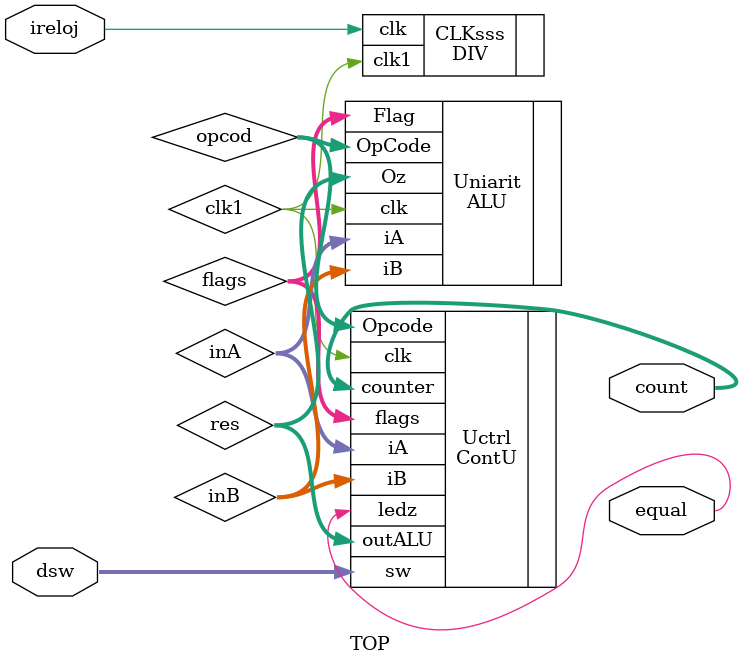
<source format=v>
module TOP(
input ireloj,
input [3:0] dsw,        //Dip switch
output equal,		//LEDS, un solo bit para cuando son iguales se hace 0 
output [3:0] count	//Leds contador
);

wire [3:0]res;		//Cables para conectar la salida de la ALU a la unidad de control, resultado ALU
wire [4:0]flags;	//Cables para conectar las flags de la ALU a la unidad de control
wire [3:0]opcod;	//Cable OpCode de la unidad de control a la ALU
wire [3:0]inA;		//Cable iA de la unidad de control a la ALU
wire [3:0]inB;		//Cable iB de la unidad de control a la ALU
wire clk1;		



DIV CLKsss(
	.clk(ireloj),
	.clk1(clk1)
);

ContU Uctrl(
	.sw(dsw),
	.clk(clk1),
	.ledz(equal),
	.counter(count),
	.iA(inA),
	.iB(inB),
	.Opcode(opcod),
	.flags(flags),
	.outALU(res)
	
);

ALU Uniarit(
	.iA(inA),
	.iB(inB),
	.OpCode(opcod),
	.clk(clk1),
	.Flag(flags),
	.Oz(res)
);

endmodule
</source>
